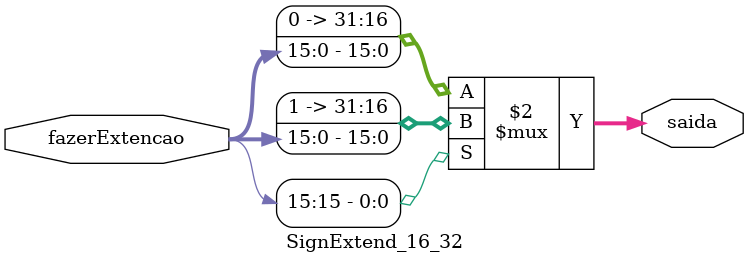
<source format=v>
module SignExtend_16_32 (
    input wire [15:0] fazerExtencao, //15_0
    output wire [31:0] saida
);
    assign saida = (fazerExtencao[15] == 1'b1) ? { {16{1'b1}}, fazerExtencao} : { {16{1'b0}}, fazerExtencao};
endmodule
</source>
